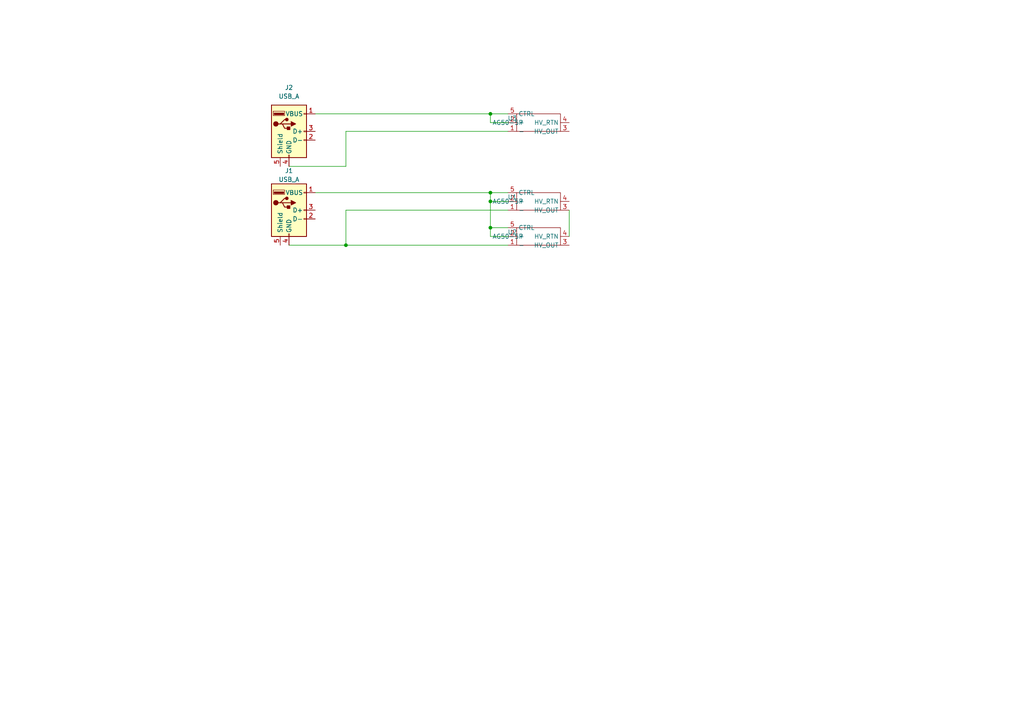
<source format=kicad_sch>
(kicad_sch (version 20211123) (generator eeschema)
  (paper "A4")
  (lib_symbols
    (symbol "AG50-5P_1"
      (property "Reference" "U2" (at 1.27 5.08 90))
      (property "Value" "AG50-5P_1" (at 0 6.35 90))
      (symbol "AG50-5P_1_0_1"
        (rectangle (start -2.54 3.81) (end 2.54 -8.89))
      )
      (symbol "AG50-5P_1_1_1"
        (pin input line (at -2.54 6.35 270) (length 2.54) (name "-") (number "1"))
        (pin input line (at 0 6.35 270) (length 2.54) (name "+") (number "2"))
        (pin output line (at -2.54 -11.43 90) (length 2.54) (name "HV_OUT") (number "3"))
        (pin input line (at 0 -11.43 90) (length 2.54) (name "HV_RTN") (number "4"))
        (pin input line (at 2.54 6.35 270) (length 2.54) (name "CTRL") (number "5"))
      )
    )
    (symbol "AG50:AG50-5P"
      (property "Reference" "U1" (at 1.27 5.08 90))
      (property "Value" "AG50-5P" (at 0 6.35 90))
      (symbol "AG50-5P_0_1"
        (rectangle (start -2.54 3.81) (end 2.54 -8.89))
      )
      (symbol "AG50-5P_1_1"
        (pin input line (at -2.54 6.35 270) (length 2.54) (name "-") (number "1"))
        (pin input line (at 0 6.35 270) (length 2.54) (name "+") (number "2"))
        (pin output line (at -2.54 -11.43 90) (length 2.54) (name "HV_OUT") (number "3"))
        (pin input line (at 0 -11.43 90) (length 2.54) (name "HV_RTN") (number "4"))
        (pin input line (at 2.54 6.35 270) (length 2.54) (name "CTRL") (number "5"))
      )
    )
    (symbol "Connector:USB_A" (pin_names (offset 1.016))
      (property "Reference" "J" (at -5.08 11.43 0))
      (property "Value" "USB_A" (at -5.08 8.89 0))
      (symbol "USB_A_0_1"
        (rectangle (start -5.08 -7.62) (end 5.08 7.62) (stroke (width 0.254)) (fill (type background)))
        (circle (center -3.81 2.159) (radius 0.635) (stroke (width 0.254)) (fill (type outline)))
        (rectangle (start -1.524 4.826) (end -4.318 5.334) (fill (type outline)))
        (rectangle (start -1.27 4.572) (end -4.572 5.842))
        (circle (center -0.635 3.429) (radius 0.381) (stroke (width 0.254)) (fill (type outline)))
        (rectangle (start -0.127 -7.62) (end 0.127 -6.858))
        (polyline (pts (xy -3.175 2.159) (xy -2.54 2.159) (xy -1.27 3.429) (xy -0.635 3.429)) (stroke (width 0.254)))
        (polyline (pts (xy -2.54 2.159) (xy -1.905 2.159) (xy -1.27 0.889) (xy 0 0.889)) (stroke (width 0.254)))
        (polyline (pts (xy 0.635 2.794) (xy 0.635 1.524) (xy 1.905 2.159) (xy 0.635 2.794)) (stroke (width 0.254)) (fill (type outline)))
        (rectangle (start 0.254 1.27) (end -0.508 0.508) (stroke (width 0.254)) (fill (type outline)))
        (rectangle (start 5.08 -2.667) (end 4.318 -2.413))
        (rectangle (start 5.08 -0.127) (end 4.318 0.127))
        (rectangle (start 5.08 4.953) (end 4.318 5.207))
      )
      (symbol "USB_A_1_1"
        (polyline (pts (xy -1.905 2.159) (xy 0.635 2.159)) (stroke (width 0.254)))
        (pin power_in line (at 7.62 5.08 180) (length 2.54) (name "VBUS") (number "1"))
        (pin bidirectional line (at 7.62 -2.54 180) (length 2.54) (name "D-") (number "2"))
        (pin bidirectional line (at 7.62 0 180) (length 2.54) (name "D+") (number "3"))
        (pin power_in line (at 0 -10.16 90) (length 2.54) (name "GND") (number "4"))
        (pin passive line (at -2.54 -10.16 90) (length 2.54) (name "Shield") (number "5"))
      )
    )
  )
  (junction (at 142.24 33.02))
  (junction (at 142.24 55.88))
  (junction (at 100.33 71.12))
  (junction (at 142.24 58.42))
  (junction (at 142.24 66.04))
  (wire (pts (xy 142.24 33.02) (xy 147.32 33.02)))
  (wire (pts (xy 147.32 35.56) (xy 142.24 35.56)))
  (wire (pts (xy 147.32 58.42) (xy 142.24 58.42)))
  (wire (pts (xy 100.33 71.12) (xy 147.32 71.12)))
  (wire (pts (xy 91.44 33.02) (xy 142.24 33.02)))
  (wire (pts (xy 142.24 55.88) (xy 142.24 58.42)))
  (wire (pts (xy 83.82 48.26) (xy 100.33 48.26)))
  (wire (pts (xy 165.1 60.96) (xy 165.1 68.58)))
  (wire (pts (xy 100.33 48.26) (xy 100.33 38.1)))
  (wire (pts (xy 100.33 71.12) (xy 100.33 60.96)))
  (wire (pts (xy 100.33 60.96) (xy 147.32 60.96)))
  (wire (pts (xy 142.24 66.04) (xy 142.24 68.58)))
  (wire (pts (xy 142.24 55.88) (xy 147.32 55.88)))
  (wire (pts (xy 147.32 66.04) (xy 142.24 66.04)))
  (wire (pts (xy 100.33 38.1) (xy 147.32 38.1)))
  (wire (pts (xy 142.24 58.42) (xy 142.24 66.04)))
  (wire (pts (xy 147.32 68.58) (xy 142.24 68.58)))
  (wire (pts (xy 91.44 55.88) (xy 142.24 55.88)))
  (wire (pts (xy 142.24 33.02) (xy 142.24 35.56)))
  (wire (pts (xy 83.82 71.12) (xy 100.33 71.12)))
  (symbol (lib_id "Connector:USB_A") (at 83.82 38.1 0) (unit 1)
    (property "Reference" "J2" (at 83.82 25.4 0))
    (property "Value" "USB_A" (at 83.82 27.94 0))
    (property "Footprint" "Connector_USB:USB_A_CONNFLY_DS1095-WNR0" (effects hide))
    (property "Datasheet" " ~" (effects hide))
  )
  (symbol (lib_id "AG50:AG50-5P") (at 153.67 58.42 90) (unit 1)
    (property "Reference" "U1" (at 148.59 57.15 90))
    (property "Value" "AG50-5P" (at 147.32 58.42 90))
    (property "Footprint" "AG50-5:AG50-5P" (effects hide))
  )
  (symbol (lib_id "AG50:AG50-5P") (at 153.67 35.56 90) (unit 1)
    (property "Reference" "U3" (at 148.59 34.29 90))
    (property "Value" "AG50-5P" (at 147.32 35.56 90))
    (property "Footprint" "AG50-5:AG50-5P" (effects hide))
  )
  (symbol (lib_name "AG50-5P_1") (lib_id "AG50:AG50-5P") (at 153.67 68.58 90) (unit 1)
    (property "Reference" "U2" (at 148.59 67.31 90))
    (property "Value" "AG50-5P" (at 147.32 68.58 90))
    (property "Footprint" "AG50-5:AG50-5P" (effects hide))
  )
  (symbol (lib_id "Connector:USB_A") (at 83.82 60.96 0) (unit 1)
    (property "Reference" "J1" (at 83.82 49.53 0))
    (property "Value" "USB_A" (at 83.82 52.07 0))
    (property "Footprint" "Connector_USB:USB_A_CONNFLY_DS1095-WNR0" (effects hide))
    (property "Datasheet" " ~" (effects hide))
  )
)
</source>
